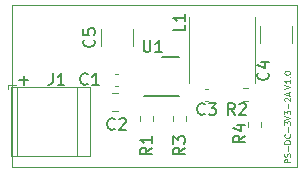
<source format=gbr>
%TF.GenerationSoftware,KiCad,Pcbnew,(5.1.9)-1*%
%TF.CreationDate,2021-04-24T14:12:49+02:00*%
%TF.ProjectId,PS-DC-3V3-2A,50532d44-432d-4335-9633-2d32412e6b69,V1.0*%
%TF.SameCoordinates,Original*%
%TF.FileFunction,Legend,Top*%
%TF.FilePolarity,Positive*%
%FSLAX46Y46*%
G04 Gerber Fmt 4.6, Leading zero omitted, Abs format (unit mm)*
G04 Created by KiCad (PCBNEW (5.1.9)-1) date 2021-04-24 14:12:49*
%MOMM*%
%LPD*%
G01*
G04 APERTURE LIST*
%ADD10C,0.150000*%
%ADD11C,0.125000*%
%TA.AperFunction,Profile*%
%ADD12C,0.050000*%
%TD*%
%ADD13C,0.120000*%
G04 APERTURE END LIST*
D10*
X136525047Y-100401428D02*
X137286952Y-100401428D01*
X136906000Y-100782380D02*
X136906000Y-100020476D01*
D11*
X158984190Y-101091904D02*
X159484190Y-100925238D01*
X158984190Y-100758571D01*
X159484190Y-100330000D02*
X159484190Y-100615714D01*
X159484190Y-100472857D02*
X158984190Y-100472857D01*
X159055619Y-100520476D01*
X159103238Y-100568095D01*
X159127047Y-100615714D01*
X159436571Y-100115714D02*
X159460380Y-100091904D01*
X159484190Y-100115714D01*
X159460380Y-100139523D01*
X159436571Y-100115714D01*
X159484190Y-100115714D01*
X158984190Y-99782380D02*
X158984190Y-99734761D01*
X159008000Y-99687142D01*
X159031809Y-99663333D01*
X159079428Y-99639523D01*
X159174666Y-99615714D01*
X159293714Y-99615714D01*
X159388952Y-99639523D01*
X159436571Y-99663333D01*
X159460380Y-99687142D01*
X159484190Y-99734761D01*
X159484190Y-99782380D01*
X159460380Y-99830000D01*
X159436571Y-99853809D01*
X159388952Y-99877619D01*
X159293714Y-99901428D01*
X159174666Y-99901428D01*
X159079428Y-99877619D01*
X159031809Y-99853809D01*
X159008000Y-99830000D01*
X158984190Y-99782380D01*
X159484190Y-107334476D02*
X158984190Y-107334476D01*
X158984190Y-107144000D01*
X159008000Y-107096380D01*
X159031809Y-107072571D01*
X159079428Y-107048761D01*
X159150857Y-107048761D01*
X159198476Y-107072571D01*
X159222285Y-107096380D01*
X159246095Y-107144000D01*
X159246095Y-107334476D01*
X159460380Y-106858285D02*
X159484190Y-106786857D01*
X159484190Y-106667809D01*
X159460380Y-106620190D01*
X159436571Y-106596380D01*
X159388952Y-106572571D01*
X159341333Y-106572571D01*
X159293714Y-106596380D01*
X159269904Y-106620190D01*
X159246095Y-106667809D01*
X159222285Y-106763047D01*
X159198476Y-106810666D01*
X159174666Y-106834476D01*
X159127047Y-106858285D01*
X159079428Y-106858285D01*
X159031809Y-106834476D01*
X159008000Y-106810666D01*
X158984190Y-106763047D01*
X158984190Y-106644000D01*
X159008000Y-106572571D01*
X159293714Y-106358285D02*
X159293714Y-105977333D01*
X159484190Y-105739238D02*
X158984190Y-105739238D01*
X158984190Y-105620190D01*
X159008000Y-105548761D01*
X159055619Y-105501142D01*
X159103238Y-105477333D01*
X159198476Y-105453523D01*
X159269904Y-105453523D01*
X159365142Y-105477333D01*
X159412761Y-105501142D01*
X159460380Y-105548761D01*
X159484190Y-105620190D01*
X159484190Y-105739238D01*
X159436571Y-104953523D02*
X159460380Y-104977333D01*
X159484190Y-105048761D01*
X159484190Y-105096380D01*
X159460380Y-105167809D01*
X159412761Y-105215428D01*
X159365142Y-105239238D01*
X159269904Y-105263047D01*
X159198476Y-105263047D01*
X159103238Y-105239238D01*
X159055619Y-105215428D01*
X159008000Y-105167809D01*
X158984190Y-105096380D01*
X158984190Y-105048761D01*
X159008000Y-104977333D01*
X159031809Y-104953523D01*
X159293714Y-104739238D02*
X159293714Y-104358285D01*
X158984190Y-104167809D02*
X158984190Y-103858285D01*
X159174666Y-104024952D01*
X159174666Y-103953523D01*
X159198476Y-103905904D01*
X159222285Y-103882095D01*
X159269904Y-103858285D01*
X159388952Y-103858285D01*
X159436571Y-103882095D01*
X159460380Y-103905904D01*
X159484190Y-103953523D01*
X159484190Y-104096380D01*
X159460380Y-104144000D01*
X159436571Y-104167809D01*
X158984190Y-103715428D02*
X159484190Y-103548761D01*
X158984190Y-103382095D01*
X158984190Y-103263047D02*
X158984190Y-102953523D01*
X159174666Y-103120190D01*
X159174666Y-103048761D01*
X159198476Y-103001142D01*
X159222285Y-102977333D01*
X159269904Y-102953523D01*
X159388952Y-102953523D01*
X159436571Y-102977333D01*
X159460380Y-103001142D01*
X159484190Y-103048761D01*
X159484190Y-103191619D01*
X159460380Y-103239238D01*
X159436571Y-103263047D01*
X159293714Y-102739238D02*
X159293714Y-102358285D01*
X159031809Y-102144000D02*
X159008000Y-102120190D01*
X158984190Y-102072571D01*
X158984190Y-101953523D01*
X159008000Y-101905904D01*
X159031809Y-101882095D01*
X159079428Y-101858285D01*
X159127047Y-101858285D01*
X159198476Y-101882095D01*
X159484190Y-102167809D01*
X159484190Y-101858285D01*
X159341333Y-101667809D02*
X159341333Y-101429714D01*
X159484190Y-101715428D02*
X158984190Y-101548761D01*
X159484190Y-101382095D01*
D12*
X135890000Y-93980000D02*
X160020000Y-93980000D01*
X135890000Y-107696000D02*
X135890000Y-93980000D01*
X160020000Y-107696000D02*
X135890000Y-107696000D01*
X160020000Y-93980000D02*
X160020000Y-107696000D01*
D13*
%TO.C,L1*%
X156464000Y-94996000D02*
X156464000Y-100584000D01*
X150876000Y-100584000D02*
X150876000Y-94996000D01*
%TO.C,R4*%
X155941500Y-104377258D02*
X155941500Y-103902742D01*
X156986500Y-104377258D02*
X156986500Y-103902742D01*
%TO.C,C5*%
X146140000Y-96062748D02*
X146140000Y-97485252D01*
X143420000Y-96062748D02*
X143420000Y-97485252D01*
%TO.C,C1*%
X144920580Y-99820000D02*
X144639420Y-99820000D01*
X144920580Y-100840000D02*
X144639420Y-100840000D01*
D10*
%TO.C,U1*%
X148590000Y-98426000D02*
X150090000Y-98426000D01*
X147090000Y-101726000D02*
X150090000Y-101726000D01*
D13*
%TO.C,R3*%
X149591500Y-103394742D02*
X149591500Y-103869258D01*
X150636500Y-103394742D02*
X150636500Y-103869258D01*
%TO.C,R2*%
X155939258Y-101077500D02*
X155464742Y-101077500D01*
X155939258Y-102122500D02*
X155464742Y-102122500D01*
%TO.C,R1*%
X146797500Y-103394742D02*
X146797500Y-103869258D01*
X147842500Y-103394742D02*
X147842500Y-103869258D01*
%TO.C,J1*%
X135582000Y-100756000D02*
X135582000Y-101156000D01*
X136222000Y-100756000D02*
X135582000Y-100756000D01*
X142562000Y-106776000D02*
X135822000Y-106776000D01*
X142562000Y-100996000D02*
X135822000Y-100996000D01*
X135822000Y-100996000D02*
X135822000Y-106776000D01*
X142562000Y-100996000D02*
X142562000Y-106776000D01*
X141442000Y-100996000D02*
X141442000Y-106776000D01*
X136342000Y-100996000D02*
X136342000Y-106776000D01*
%TO.C,C4*%
X159602000Y-97231252D02*
X159602000Y-95808748D01*
X156882000Y-97231252D02*
X156882000Y-95808748D01*
%TO.C,C3*%
X152259420Y-102110000D02*
X152540580Y-102110000D01*
X152259420Y-101090000D02*
X152540580Y-101090000D01*
%TO.C,C2*%
X144914252Y-101500000D02*
X144391748Y-101500000D01*
X144914252Y-102970000D02*
X144391748Y-102970000D01*
%TD*%
%TO.C,L1*%
D10*
X150566380Y-95670666D02*
X150566380Y-96146857D01*
X149566380Y-96146857D01*
X150566380Y-94813523D02*
X150566380Y-95384952D01*
X150566380Y-95099238D02*
X149566380Y-95099238D01*
X149709238Y-95194476D01*
X149804476Y-95289714D01*
X149852095Y-95384952D01*
%TO.C,R4*%
X155646380Y-105068666D02*
X155170190Y-105402000D01*
X155646380Y-105640095D02*
X154646380Y-105640095D01*
X154646380Y-105259142D01*
X154694000Y-105163904D01*
X154741619Y-105116285D01*
X154836857Y-105068666D01*
X154979714Y-105068666D01*
X155074952Y-105116285D01*
X155122571Y-105163904D01*
X155170190Y-105259142D01*
X155170190Y-105640095D01*
X154979714Y-104211523D02*
X155646380Y-104211523D01*
X154598761Y-104449619D02*
X155313047Y-104687714D01*
X155313047Y-104068666D01*
%TO.C,C5*%
X142851142Y-96940666D02*
X142898761Y-96988285D01*
X142946380Y-97131142D01*
X142946380Y-97226380D01*
X142898761Y-97369238D01*
X142803523Y-97464476D01*
X142708285Y-97512095D01*
X142517809Y-97559714D01*
X142374952Y-97559714D01*
X142184476Y-97512095D01*
X142089238Y-97464476D01*
X141994000Y-97369238D01*
X141946380Y-97226380D01*
X141946380Y-97131142D01*
X141994000Y-96988285D01*
X142041619Y-96940666D01*
X141946380Y-96035904D02*
X141946380Y-96512095D01*
X142422571Y-96559714D01*
X142374952Y-96512095D01*
X142327333Y-96416857D01*
X142327333Y-96178761D01*
X142374952Y-96083523D01*
X142422571Y-96035904D01*
X142517809Y-95988285D01*
X142755904Y-95988285D01*
X142851142Y-96035904D01*
X142898761Y-96083523D01*
X142946380Y-96178761D01*
X142946380Y-96416857D01*
X142898761Y-96512095D01*
X142851142Y-96559714D01*
%TO.C,C1*%
X142327333Y-100687142D02*
X142279714Y-100734761D01*
X142136857Y-100782380D01*
X142041619Y-100782380D01*
X141898761Y-100734761D01*
X141803523Y-100639523D01*
X141755904Y-100544285D01*
X141708285Y-100353809D01*
X141708285Y-100210952D01*
X141755904Y-100020476D01*
X141803523Y-99925238D01*
X141898761Y-99830000D01*
X142041619Y-99782380D01*
X142136857Y-99782380D01*
X142279714Y-99830000D01*
X142327333Y-99877619D01*
X143279714Y-100782380D02*
X142708285Y-100782380D01*
X142994000Y-100782380D02*
X142994000Y-99782380D01*
X142898761Y-99925238D01*
X142803523Y-100020476D01*
X142708285Y-100068095D01*
%TO.C,U1*%
X147066095Y-96988380D02*
X147066095Y-97797904D01*
X147113714Y-97893142D01*
X147161333Y-97940761D01*
X147256571Y-97988380D01*
X147447047Y-97988380D01*
X147542285Y-97940761D01*
X147589904Y-97893142D01*
X147637523Y-97797904D01*
X147637523Y-96988380D01*
X148637523Y-97988380D02*
X148066095Y-97988380D01*
X148351809Y-97988380D02*
X148351809Y-96988380D01*
X148256571Y-97131238D01*
X148161333Y-97226476D01*
X148066095Y-97274095D01*
%TO.C,R3*%
X150566380Y-106084666D02*
X150090190Y-106418000D01*
X150566380Y-106656095D02*
X149566380Y-106656095D01*
X149566380Y-106275142D01*
X149614000Y-106179904D01*
X149661619Y-106132285D01*
X149756857Y-106084666D01*
X149899714Y-106084666D01*
X149994952Y-106132285D01*
X150042571Y-106179904D01*
X150090190Y-106275142D01*
X150090190Y-106656095D01*
X149566380Y-105751333D02*
X149566380Y-105132285D01*
X149947333Y-105465619D01*
X149947333Y-105322761D01*
X149994952Y-105227523D01*
X150042571Y-105179904D01*
X150137809Y-105132285D01*
X150375904Y-105132285D01*
X150471142Y-105179904D01*
X150518761Y-105227523D01*
X150566380Y-105322761D01*
X150566380Y-105608476D01*
X150518761Y-105703714D01*
X150471142Y-105751333D01*
%TO.C,R2*%
X154773333Y-103322380D02*
X154440000Y-102846190D01*
X154201904Y-103322380D02*
X154201904Y-102322380D01*
X154582857Y-102322380D01*
X154678095Y-102370000D01*
X154725714Y-102417619D01*
X154773333Y-102512857D01*
X154773333Y-102655714D01*
X154725714Y-102750952D01*
X154678095Y-102798571D01*
X154582857Y-102846190D01*
X154201904Y-102846190D01*
X155154285Y-102417619D02*
X155201904Y-102370000D01*
X155297142Y-102322380D01*
X155535238Y-102322380D01*
X155630476Y-102370000D01*
X155678095Y-102417619D01*
X155725714Y-102512857D01*
X155725714Y-102608095D01*
X155678095Y-102750952D01*
X155106666Y-103322380D01*
X155725714Y-103322380D01*
%TO.C,R1*%
X147772380Y-106084666D02*
X147296190Y-106418000D01*
X147772380Y-106656095D02*
X146772380Y-106656095D01*
X146772380Y-106275142D01*
X146820000Y-106179904D01*
X146867619Y-106132285D01*
X146962857Y-106084666D01*
X147105714Y-106084666D01*
X147200952Y-106132285D01*
X147248571Y-106179904D01*
X147296190Y-106275142D01*
X147296190Y-106656095D01*
X147772380Y-105132285D02*
X147772380Y-105703714D01*
X147772380Y-105418000D02*
X146772380Y-105418000D01*
X146915238Y-105513238D01*
X147010476Y-105608476D01*
X147058095Y-105703714D01*
%TO.C,J1*%
X139366666Y-99782380D02*
X139366666Y-100496666D01*
X139319047Y-100639523D01*
X139223809Y-100734761D01*
X139080952Y-100782380D01*
X138985714Y-100782380D01*
X140366666Y-100782380D02*
X139795238Y-100782380D01*
X140080952Y-100782380D02*
X140080952Y-99782380D01*
X139985714Y-99925238D01*
X139890476Y-100020476D01*
X139795238Y-100068095D01*
%TO.C,C4*%
X157583142Y-99734666D02*
X157630761Y-99782285D01*
X157678380Y-99925142D01*
X157678380Y-100020380D01*
X157630761Y-100163238D01*
X157535523Y-100258476D01*
X157440285Y-100306095D01*
X157249809Y-100353714D01*
X157106952Y-100353714D01*
X156916476Y-100306095D01*
X156821238Y-100258476D01*
X156726000Y-100163238D01*
X156678380Y-100020380D01*
X156678380Y-99925142D01*
X156726000Y-99782285D01*
X156773619Y-99734666D01*
X157011714Y-98877523D02*
X157678380Y-98877523D01*
X156630761Y-99115619D02*
X157345047Y-99353714D01*
X157345047Y-98734666D01*
%TO.C,C3*%
X152233333Y-103227142D02*
X152185714Y-103274761D01*
X152042857Y-103322380D01*
X151947619Y-103322380D01*
X151804761Y-103274761D01*
X151709523Y-103179523D01*
X151661904Y-103084285D01*
X151614285Y-102893809D01*
X151614285Y-102750952D01*
X151661904Y-102560476D01*
X151709523Y-102465238D01*
X151804761Y-102370000D01*
X151947619Y-102322380D01*
X152042857Y-102322380D01*
X152185714Y-102370000D01*
X152233333Y-102417619D01*
X152566666Y-102322380D02*
X153185714Y-102322380D01*
X152852380Y-102703333D01*
X152995238Y-102703333D01*
X153090476Y-102750952D01*
X153138095Y-102798571D01*
X153185714Y-102893809D01*
X153185714Y-103131904D01*
X153138095Y-103227142D01*
X153090476Y-103274761D01*
X152995238Y-103322380D01*
X152709523Y-103322380D01*
X152614285Y-103274761D01*
X152566666Y-103227142D01*
%TO.C,C2*%
X144613333Y-104497142D02*
X144565714Y-104544761D01*
X144422857Y-104592380D01*
X144327619Y-104592380D01*
X144184761Y-104544761D01*
X144089523Y-104449523D01*
X144041904Y-104354285D01*
X143994285Y-104163809D01*
X143994285Y-104020952D01*
X144041904Y-103830476D01*
X144089523Y-103735238D01*
X144184761Y-103640000D01*
X144327619Y-103592380D01*
X144422857Y-103592380D01*
X144565714Y-103640000D01*
X144613333Y-103687619D01*
X144994285Y-103687619D02*
X145041904Y-103640000D01*
X145137142Y-103592380D01*
X145375238Y-103592380D01*
X145470476Y-103640000D01*
X145518095Y-103687619D01*
X145565714Y-103782857D01*
X145565714Y-103878095D01*
X145518095Y-104020952D01*
X144946666Y-104592380D01*
X145565714Y-104592380D01*
%TD*%
M02*

</source>
